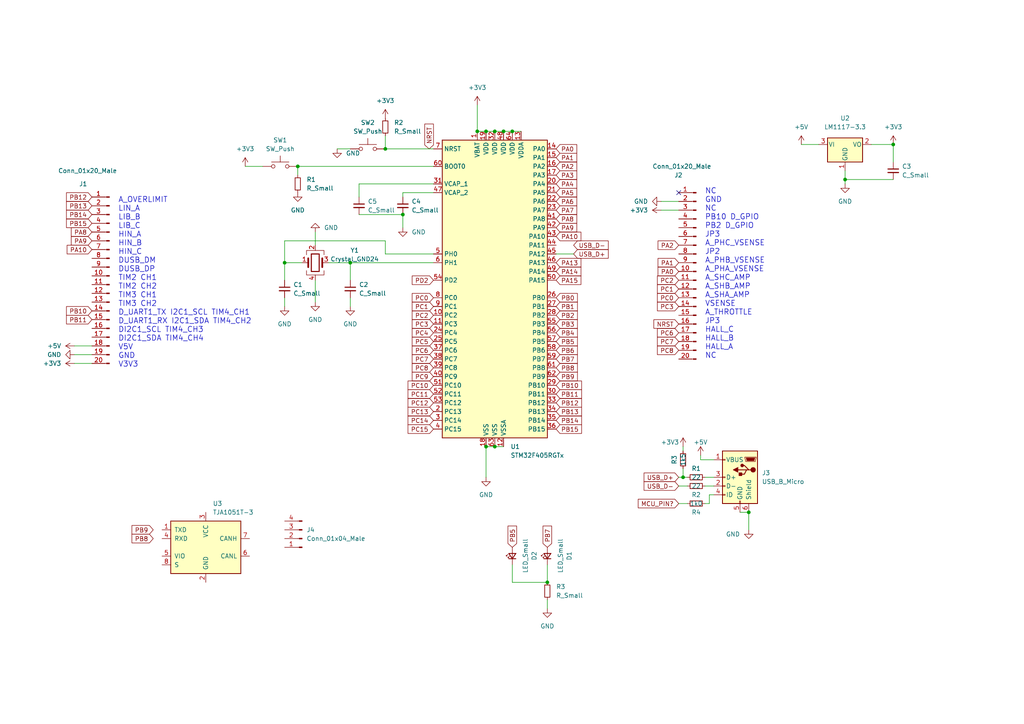
<source format=kicad_sch>
(kicad_sch (version 20211123) (generator eeschema)
  (paper "A4")
  (lib_symbols
    (symbol "Connector:Conn_01x04_Male" (pin_names (offset 1.016) hide)
      (property "Reference" "J" (at 0 5.08 0))
      (property "Value" "Conn_01x04_Male" (at 0 -7.62 0))
      (symbol "Conn_01x04_Male_1_1"
        (polyline (pts (xy 1.27 -5.08) (xy 0.8636 -5.08)) (stroke (width 0.1524)))
        (polyline (pts (xy 1.27 -2.54) (xy 0.8636 -2.54)) (stroke (width 0.1524)))
        (polyline (pts (xy 1.27 0) (xy 0.8636 0)) (stroke (width 0.1524)))
        (polyline (pts (xy 1.27 2.54) (xy 0.8636 2.54)) (stroke (width 0.1524)))
        (rectangle (start 0.8636 -4.953) (end 0 -5.207) (stroke (width 0.1524)) (fill (type outline)))
        (rectangle (start 0.8636 -2.413) (end 0 -2.667) (stroke (width 0.1524)) (fill (type outline)))
        (rectangle (start 0.8636 0.127) (end 0 -0.127) (stroke (width 0.1524)) (fill (type outline)))
        (rectangle (start 0.8636 2.667) (end 0 2.413) (stroke (width 0.1524)) (fill (type outline)))
        (pin passive line (at 5.08 2.54 180) (length 3.81) (name "Pin_1") (number "1"))
        (pin passive line (at 5.08 0 180) (length 3.81) (name "Pin_2") (number "2"))
        (pin passive line (at 5.08 -2.54 180) (length 3.81) (name "Pin_3") (number "3"))
        (pin passive line (at 5.08 -5.08 180) (length 3.81) (name "Pin_4") (number "4"))
      )
    )
    (symbol "Connector:Conn_01x20_Male" (pin_names (offset 1.016) hide)
      (property "Reference" "J" (at 0 25.4 0))
      (property "Value" "Conn_01x20_Male" (at 0 -27.94 0))
      (symbol "Conn_01x20_Male_1_1"
        (polyline (pts (xy 1.27 -25.4) (xy 0.8636 -25.4)) (stroke (width 0.1524)))
        (polyline (pts (xy 1.27 -22.86) (xy 0.8636 -22.86)) (stroke (width 0.1524)))
        (polyline (pts (xy 1.27 -20.32) (xy 0.8636 -20.32)) (stroke (width 0.1524)))
        (polyline (pts (xy 1.27 -17.78) (xy 0.8636 -17.78)) (stroke (width 0.1524)))
        (polyline (pts (xy 1.27 -15.24) (xy 0.8636 -15.24)) (stroke (width 0.1524)))
        (polyline (pts (xy 1.27 -12.7) (xy 0.8636 -12.7)) (stroke (width 0.1524)))
        (polyline (pts (xy 1.27 -10.16) (xy 0.8636 -10.16)) (stroke (width 0.1524)))
        (polyline (pts (xy 1.27 -7.62) (xy 0.8636 -7.62)) (stroke (width 0.1524)))
        (polyline (pts (xy 1.27 -5.08) (xy 0.8636 -5.08)) (stroke (width 0.1524)))
        (polyline (pts (xy 1.27 -2.54) (xy 0.8636 -2.54)) (stroke (width 0.1524)))
        (polyline (pts (xy 1.27 0) (xy 0.8636 0)) (stroke (width 0.1524)))
        (polyline (pts (xy 1.27 2.54) (xy 0.8636 2.54)) (stroke (width 0.1524)))
        (polyline (pts (xy 1.27 5.08) (xy 0.8636 5.08)) (stroke (width 0.1524)))
        (polyline (pts (xy 1.27 7.62) (xy 0.8636 7.62)) (stroke (width 0.1524)))
        (polyline (pts (xy 1.27 10.16) (xy 0.8636 10.16)) (stroke (width 0.1524)))
        (polyline (pts (xy 1.27 12.7) (xy 0.8636 12.7)) (stroke (width 0.1524)))
        (polyline (pts (xy 1.27 15.24) (xy 0.8636 15.24)) (stroke (width 0.1524)))
        (polyline (pts (xy 1.27 17.78) (xy 0.8636 17.78)) (stroke (width 0.1524)))
        (polyline (pts (xy 1.27 20.32) (xy 0.8636 20.32)) (stroke (width 0.1524)))
        (polyline (pts (xy 1.27 22.86) (xy 0.8636 22.86)) (stroke (width 0.1524)))
        (rectangle (start 0.8636 -25.273) (end 0 -25.527) (stroke (width 0.1524)) (fill (type outline)))
        (rectangle (start 0.8636 -22.733) (end 0 -22.987) (stroke (width 0.1524)) (fill (type outline)))
        (rectangle (start 0.8636 -20.193) (end 0 -20.447) (stroke (width 0.1524)) (fill (type outline)))
        (rectangle (start 0.8636 -17.653) (end 0 -17.907) (stroke (width 0.1524)) (fill (type outline)))
        (rectangle (start 0.8636 -15.113) (end 0 -15.367) (stroke (width 0.1524)) (fill (type outline)))
        (rectangle (start 0.8636 -12.573) (end 0 -12.827) (stroke (width 0.1524)) (fill (type outline)))
        (rectangle (start 0.8636 -10.033) (end 0 -10.287) (stroke (width 0.1524)) (fill (type outline)))
        (rectangle (start 0.8636 -7.493) (end 0 -7.747) (stroke (width 0.1524)) (fill (type outline)))
        (rectangle (start 0.8636 -4.953) (end 0 -5.207) (stroke (width 0.1524)) (fill (type outline)))
        (rectangle (start 0.8636 -2.413) (end 0 -2.667) (stroke (width 0.1524)) (fill (type outline)))
        (rectangle (start 0.8636 0.127) (end 0 -0.127) (stroke (width 0.1524)) (fill (type outline)))
        (rectangle (start 0.8636 2.667) (end 0 2.413) (stroke (width 0.1524)) (fill (type outline)))
        (rectangle (start 0.8636 5.207) (end 0 4.953) (stroke (width 0.1524)) (fill (type outline)))
        (rectangle (start 0.8636 7.747) (end 0 7.493) (stroke (width 0.1524)) (fill (type outline)))
        (rectangle (start 0.8636 10.287) (end 0 10.033) (stroke (width 0.1524)) (fill (type outline)))
        (rectangle (start 0.8636 12.827) (end 0 12.573) (stroke (width 0.1524)) (fill (type outline)))
        (rectangle (start 0.8636 15.367) (end 0 15.113) (stroke (width 0.1524)) (fill (type outline)))
        (rectangle (start 0.8636 17.907) (end 0 17.653) (stroke (width 0.1524)) (fill (type outline)))
        (rectangle (start 0.8636 20.447) (end 0 20.193) (stroke (width 0.1524)) (fill (type outline)))
        (rectangle (start 0.8636 22.987) (end 0 22.733) (stroke (width 0.1524)) (fill (type outline)))
        (pin passive line (at 5.08 22.86 180) (length 3.81) (name "Pin_1") (number "1"))
        (pin passive line (at 5.08 0 180) (length 3.81) (name "Pin_10") (number "10"))
        (pin passive line (at 5.08 -2.54 180) (length 3.81) (name "Pin_11") (number "11"))
        (pin passive line (at 5.08 -5.08 180) (length 3.81) (name "Pin_12") (number "12"))
        (pin passive line (at 5.08 -7.62 180) (length 3.81) (name "Pin_13") (number "13"))
        (pin passive line (at 5.08 -10.16 180) (length 3.81) (name "Pin_14") (number "14"))
        (pin passive line (at 5.08 -12.7 180) (length 3.81) (name "Pin_15") (number "15"))
        (pin passive line (at 5.08 -15.24 180) (length 3.81) (name "Pin_16") (number "16"))
        (pin passive line (at 5.08 -17.78 180) (length 3.81) (name "Pin_17") (number "17"))
        (pin passive line (at 5.08 -20.32 180) (length 3.81) (name "Pin_18") (number "18"))
        (pin passive line (at 5.08 -22.86 180) (length 3.81) (name "Pin_19") (number "19"))
        (pin passive line (at 5.08 20.32 180) (length 3.81) (name "Pin_2") (number "2"))
        (pin passive line (at 5.08 -25.4 180) (length 3.81) (name "Pin_20") (number "20"))
        (pin passive line (at 5.08 17.78 180) (length 3.81) (name "Pin_3") (number "3"))
        (pin passive line (at 5.08 15.24 180) (length 3.81) (name "Pin_4") (number "4"))
        (pin passive line (at 5.08 12.7 180) (length 3.81) (name "Pin_5") (number "5"))
        (pin passive line (at 5.08 10.16 180) (length 3.81) (name "Pin_6") (number "6"))
        (pin passive line (at 5.08 7.62 180) (length 3.81) (name "Pin_7") (number "7"))
        (pin passive line (at 5.08 5.08 180) (length 3.81) (name "Pin_8") (number "8"))
        (pin passive line (at 5.08 2.54 180) (length 3.81) (name "Pin_9") (number "9"))
      )
    )
    (symbol "Connector:USB_B_Micro" (pin_names (offset 1.016))
      (property "Reference" "J" (at -5.08 11.43 0))
      (property "Value" "USB_B_Micro" (at -5.08 8.89 0))
      (symbol "USB_B_Micro_0_1"
        (rectangle (start -5.08 -7.62) (end 5.08 7.62) (stroke (width 0.254)) (fill (type background)))
        (circle (center -3.81 2.159) (radius 0.635) (stroke (width 0.254)) (fill (type outline)))
        (circle (center -0.635 3.429) (radius 0.381) (stroke (width 0.254)) (fill (type outline)))
        (rectangle (start -0.127 -7.62) (end 0.127 -6.858))
        (polyline (pts (xy -1.905 2.159) (xy 0.635 2.159)) (stroke (width 0.254)))
        (polyline (pts (xy -3.175 2.159) (xy -2.54 2.159) (xy -1.27 3.429) (xy -0.635 3.429)) (stroke (width 0.254)))
        (polyline (pts (xy -2.54 2.159) (xy -1.905 2.159) (xy -1.27 0.889) (xy 0 0.889)) (stroke (width 0.254)))
        (polyline (pts (xy 0.635 2.794) (xy 0.635 1.524) (xy 1.905 2.159) (xy 0.635 2.794)) (stroke (width 0.254)) (fill (type outline)))
        (polyline (pts (xy -4.318 5.588) (xy -1.778 5.588) (xy -2.032 4.826) (xy -4.064 4.826) (xy -4.318 5.588)) (fill (type outline)))
        (polyline (pts (xy -4.699 5.842) (xy -4.699 5.588) (xy -4.445 4.826) (xy -4.445 4.572) (xy -1.651 4.572) (xy -1.651 4.826) (xy -1.397 5.588) (xy -1.397 5.842) (xy -4.699 5.842)))
        (rectangle (start 0.254 1.27) (end -0.508 0.508) (stroke (width 0.254)) (fill (type outline)))
        (rectangle (start 5.08 -5.207) (end 4.318 -4.953))
        (rectangle (start 5.08 -2.667) (end 4.318 -2.413))
        (rectangle (start 5.08 -0.127) (end 4.318 0.127))
        (rectangle (start 5.08 4.953) (end 4.318 5.207))
      )
      (symbol "USB_B_Micro_1_1"
        (pin power_out line (at 7.62 5.08 180) (length 2.54) (name "VBUS") (number "1"))
        (pin bidirectional line (at 7.62 -2.54 180) (length 2.54) (name "D-") (number "2"))
        (pin bidirectional line (at 7.62 0 180) (length 2.54) (name "D+") (number "3"))
        (pin passive line (at 7.62 -5.08 180) (length 2.54) (name "ID") (number "4"))
        (pin power_out line (at 0 -10.16 90) (length 2.54) (name "GND") (number "5"))
        (pin passive line (at -2.54 -10.16 90) (length 2.54) (name "Shield") (number "6"))
      )
    )
    (symbol "Device:C_Small" (pin_numbers hide) (pin_names (offset 0.254) hide)
      (property "Reference" "C" (at 0.254 1.778 0))
      (property "Value" "C_Small" (at 0.254 -2.032 0))
      (symbol "C_Small_0_1"
        (polyline (pts (xy -1.524 -0.508) (xy 1.524 -0.508)) (stroke (width 0.3302)))
        (polyline (pts (xy -1.524 0.508) (xy 1.524 0.508)) (stroke (width 0.3048)))
      )
      (symbol "C_Small_1_1"
        (pin passive line (at 0 2.54 270) (length 2.032) (name "~") (number "1"))
        (pin passive line (at 0 -2.54 90) (length 2.032) (name "~") (number "2"))
      )
    )
    (symbol "Device:Crystal_GND24" (pin_names (offset 1.016) hide)
      (property "Reference" "Y" (at 3.175 5.08 0))
      (property "Value" "Crystal_GND24" (at 3.175 3.175 0))
      (symbol "Crystal_GND24_0_1"
        (rectangle (start -1.143 2.54) (end 1.143 -2.54) (stroke (width 0.3048)))
        (polyline (pts (xy -2.54 0) (xy -2.032 0)))
        (polyline (pts (xy -2.032 -1.27) (xy -2.032 1.27)) (stroke (width 0.508)))
        (polyline (pts (xy 0 -3.81) (xy 0 -3.556)))
        (polyline (pts (xy 0 3.556) (xy 0 3.81)))
        (polyline (pts (xy 2.032 -1.27) (xy 2.032 1.27)) (stroke (width 0.508)))
        (polyline (pts (xy 2.032 0) (xy 2.54 0)))
        (polyline (pts (xy -2.54 -2.286) (xy -2.54 -3.556) (xy 2.54 -3.556) (xy 2.54 -2.286)))
        (polyline (pts (xy -2.54 2.286) (xy -2.54 3.556) (xy 2.54 3.556) (xy 2.54 2.286)))
      )
      (symbol "Crystal_GND24_1_1"
        (pin passive line (at -3.81 0 0) (length 1.27) (name "1") (number "1"))
        (pin passive line (at 0 5.08 270) (length 1.27) (name "2") (number "2"))
        (pin passive line (at 3.81 0 180) (length 1.27) (name "3") (number "3"))
        (pin passive line (at 0 -5.08 90) (length 1.27) (name "4") (number "4"))
      )
    )
    (symbol "Device:LED_Small" (pin_numbers hide) (pin_names (offset 0.254) hide)
      (property "Reference" "D" (at -1.27 3.175 0))
      (property "Value" "LED_Small" (at -4.445 -2.54 0))
      (symbol "LED_Small_0_1"
        (polyline (pts (xy -0.762 -1.016) (xy -0.762 1.016)) (stroke (width 0.254)))
        (polyline (pts (xy 1.016 0) (xy -0.762 0)))
        (polyline (pts (xy 0.762 -1.016) (xy -0.762 0) (xy 0.762 1.016) (xy 0.762 -1.016)) (stroke (width 0.254)))
        (polyline (pts (xy 0 0.762) (xy -0.508 1.27) (xy -0.254 1.27) (xy -0.508 1.27) (xy -0.508 1.016)))
        (polyline (pts (xy 0.508 1.27) (xy 0 1.778) (xy 0.254 1.778) (xy 0 1.778) (xy 0 1.524)))
      )
      (symbol "LED_Small_1_1"
        (pin passive line (at -2.54 0 0) (length 1.778) (name "K") (number "1"))
        (pin passive line (at 2.54 0 180) (length 1.778) (name "A") (number "2"))
      )
    )
    (symbol "Device:R_Small" (pin_numbers hide) (pin_names (offset 0.254) hide)
      (property "Reference" "R" (at 0.762 0.508 0))
      (property "Value" "R_Small" (at 0.762 -1.016 0))
      (symbol "R_Small_0_1"
        (rectangle (start -0.762 1.778) (end 0.762 -1.778) (stroke (width 0.2032)))
      )
      (symbol "R_Small_1_1"
        (pin passive line (at 0 2.54 270) (length 0.762) (name "~") (number "1"))
        (pin passive line (at 0 -2.54 90) (length 0.762) (name "~") (number "2"))
      )
    )
    (symbol "Interface_CAN_LIN:TJA1051T-3" (pin_names (offset 1.016))
      (property "Reference" "U" (at -10.16 8.89 0))
      (property "Value" "TJA1051T-3" (at 1.27 8.89 0))
      (symbol "TJA1051T-3_0_1"
        (rectangle (start -10.16 7.62) (end 10.16 -7.62) (stroke (width 0.254)) (fill (type background)))
      )
      (symbol "TJA1051T-3_1_1"
        (pin input line (at -12.7 5.08 0) (length 2.54) (name "TXD") (number "1"))
        (pin power_in line (at 0 -10.16 90) (length 2.54) (name "GND") (number "2"))
        (pin power_in line (at 0 10.16 270) (length 2.54) (name "VCC") (number "3"))
        (pin output line (at -12.7 2.54 0) (length 2.54) (name "RXD") (number "4"))
        (pin power_in line (at -12.7 -2.54 0) (length 2.54) (name "VIO") (number "5"))
        (pin bidirectional line (at 12.7 -2.54 180) (length 2.54) (name "CANL") (number "6"))
        (pin bidirectional line (at 12.7 2.54 180) (length 2.54) (name "CANH") (number "7"))
        (pin input line (at -12.7 -5.08 0) (length 2.54) (name "S") (number "8"))
      )
    )
    (symbol "MCU_ST_STM32F4:STM32F405RGTx"
      (property "Reference" "U" (at -15.24 44.45 0))
      (property "Value" "STM32F405RGTx" (at 10.16 44.45 0))
      (symbol "STM32F405RGTx_0_1"
        (rectangle (start -15.24 -43.18) (end 15.24 43.18) (stroke (width 0.254)) (fill (type background)))
      )
      (symbol "STM32F405RGTx_1_1"
        (pin power_in line (at -5.08 45.72 270) (length 2.54) (name "VBAT") (number "1"))
        (pin bidirectional line (at -17.78 -7.62 0) (length 2.54) (name "PC2") (number "10"))
        (pin bidirectional line (at -17.78 -10.16 0) (length 2.54) (name "PC3") (number "11"))
        (pin power_in line (at 2.54 -45.72 90) (length 2.54) (name "VSSA") (number "12"))
        (pin power_in line (at 7.62 45.72 270) (length 2.54) (name "VDDA") (number "13"))
        (pin bidirectional line (at 17.78 40.64 180) (length 2.54) (name "PA0") (number "14"))
        (pin bidirectional line (at 17.78 38.1 180) (length 2.54) (name "PA1") (number "15"))
        (pin bidirectional line (at 17.78 35.56 180) (length 2.54) (name "PA2") (number "16"))
        (pin bidirectional line (at 17.78 33.02 180) (length 2.54) (name "PA3") (number "17"))
        (pin power_in line (at -2.54 -45.72 90) (length 2.54) (name "VSS") (number "18"))
        (pin power_in line (at -2.54 45.72 270) (length 2.54) (name "VDD") (number "19"))
        (pin bidirectional line (at -17.78 -35.56 0) (length 2.54) (name "PC13") (number "2"))
        (pin bidirectional line (at 17.78 30.48 180) (length 2.54) (name "PA4") (number "20"))
        (pin bidirectional line (at 17.78 27.94 180) (length 2.54) (name "PA5") (number "21"))
        (pin bidirectional line (at 17.78 25.4 180) (length 2.54) (name "PA6") (number "22"))
        (pin bidirectional line (at 17.78 22.86 180) (length 2.54) (name "PA7") (number "23"))
        (pin bidirectional line (at -17.78 -12.7 0) (length 2.54) (name "PC4") (number "24"))
        (pin bidirectional line (at -17.78 -15.24 0) (length 2.54) (name "PC5") (number "25"))
        (pin bidirectional line (at 17.78 -2.54 180) (length 2.54) (name "PB0") (number "26"))
        (pin bidirectional line (at 17.78 -5.08 180) (length 2.54) (name "PB1") (number "27"))
        (pin bidirectional line (at 17.78 -7.62 180) (length 2.54) (name "PB2") (number "28"))
        (pin bidirectional line (at 17.78 -27.94 180) (length 2.54) (name "PB10") (number "29"))
        (pin bidirectional line (at -17.78 -38.1 0) (length 2.54) (name "PC14") (number "3"))
        (pin bidirectional line (at 17.78 -30.48 180) (length 2.54) (name "PB11") (number "30"))
        (pin power_in line (at -17.78 30.48 0) (length 2.54) (name "VCAP_1") (number "31"))
        (pin power_in line (at 0 45.72 270) (length 2.54) (name "VDD") (number "32"))
        (pin bidirectional line (at 17.78 -33.02 180) (length 2.54) (name "PB12") (number "33"))
        (pin bidirectional line (at 17.78 -35.56 180) (length 2.54) (name "PB13") (number "34"))
        (pin bidirectional line (at 17.78 -38.1 180) (length 2.54) (name "PB14") (number "35"))
        (pin bidirectional line (at 17.78 -40.64 180) (length 2.54) (name "PB15") (number "36"))
        (pin bidirectional line (at -17.78 -17.78 0) (length 2.54) (name "PC6") (number "37"))
        (pin bidirectional line (at -17.78 -20.32 0) (length 2.54) (name "PC7") (number "38"))
        (pin bidirectional line (at -17.78 -22.86 0) (length 2.54) (name "PC8") (number "39"))
        (pin bidirectional line (at -17.78 -40.64 0) (length 2.54) (name "PC15") (number "4"))
        (pin bidirectional line (at -17.78 -25.4 0) (length 2.54) (name "PC9") (number "40"))
        (pin bidirectional line (at 17.78 20.32 180) (length 2.54) (name "PA8") (number "41"))
        (pin bidirectional line (at 17.78 17.78 180) (length 2.54) (name "PA9") (number "42"))
        (pin bidirectional line (at 17.78 15.24 180) (length 2.54) (name "PA10") (number "43"))
        (pin bidirectional line (at 17.78 12.7 180) (length 2.54) (name "PA11") (number "44"))
        (pin bidirectional line (at 17.78 10.16 180) (length 2.54) (name "PA12") (number "45"))
        (pin bidirectional line (at 17.78 7.62 180) (length 2.54) (name "PA13") (number "46"))
        (pin power_in line (at -17.78 27.94 0) (length 2.54) (name "VCAP_2") (number "47"))
        (pin power_in line (at 2.54 45.72 270) (length 2.54) (name "VDD") (number "48"))
        (pin bidirectional line (at 17.78 5.08 180) (length 2.54) (name "PA14") (number "49"))
        (pin input line (at -17.78 10.16 0) (length 2.54) (name "PH0") (number "5"))
        (pin bidirectional line (at 17.78 2.54 180) (length 2.54) (name "PA15") (number "50"))
        (pin bidirectional line (at -17.78 -27.94 0) (length 2.54) (name "PC10") (number "51"))
        (pin bidirectional line (at -17.78 -30.48 0) (length 2.54) (name "PC11") (number "52"))
        (pin bidirectional line (at -17.78 -33.02 0) (length 2.54) (name "PC12") (number "53"))
        (pin bidirectional line (at -17.78 2.54 0) (length 2.54) (name "PD2") (number "54"))
        (pin bidirectional line (at 17.78 -10.16 180) (length 2.54) (name "PB3") (number "55"))
        (pin bidirectional line (at 17.78 -12.7 180) (length 2.54) (name "PB4") (number "56"))
        (pin bidirectional line (at 17.78 -15.24 180) (length 2.54) (name "PB5") (number "57"))
        (pin bidirectional line (at 17.78 -17.78 180) (length 2.54) (name "PB6") (number "58"))
        (pin bidirectional line (at 17.78 -20.32 180) (length 2.54) (name "PB7") (number "59"))
        (pin input line (at -17.78 7.62 0) (length 2.54) (name "PH1") (number "6"))
        (pin input line (at -17.78 35.56 0) (length 2.54) (name "BOOT0") (number "60"))
        (pin bidirectional line (at 17.78 -22.86 180) (length 2.54) (name "PB8") (number "61"))
        (pin bidirectional line (at 17.78 -25.4 180) (length 2.54) (name "PB9") (number "62"))
        (pin power_in line (at 0 -45.72 90) (length 2.54) (name "VSS") (number "63"))
        (pin power_in line (at 5.08 45.72 270) (length 2.54) (name "VDD") (number "64"))
        (pin input line (at -17.78 40.64 0) (length 2.54) (name "NRST") (number "7"))
        (pin bidirectional line (at -17.78 -2.54 0) (length 2.54) (name "PC0") (number "8"))
        (pin bidirectional line (at -17.78 -5.08 0) (length 2.54) (name "PC1") (number "9"))
      )
    )
    (symbol "Regulator_Linear:LM1117-3.3" (pin_names (offset 0.254))
      (property "Reference" "U" (at -3.81 3.175 0))
      (property "Value" "LM1117-3.3" (at 0 3.175 0))
      (symbol "LM1117-3.3_0_1"
        (rectangle (start -5.08 -5.08) (end 5.08 1.905) (stroke (width 0.254)) (fill (type background)))
      )
      (symbol "LM1117-3.3_1_1"
        (pin power_in line (at 0 -7.62 90) (length 2.54) (name "GND") (number "1"))
        (pin power_out line (at 7.62 0 180) (length 2.54) (name "VO") (number "2"))
        (pin power_in line (at -7.62 0 0) (length 2.54) (name "VI") (number "3"))
      )
    )
    (symbol "Switch:SW_Push" (pin_numbers hide) (pin_names (offset 1.016) hide)
      (property "Reference" "SW" (at 1.27 2.54 0))
      (property "Value" "SW_Push" (at 0 -1.524 0))
      (symbol "SW_Push_0_1"
        (circle (center -2.032 0) (radius 0.508))
        (polyline (pts (xy 0 1.27) (xy 0 3.048)))
        (polyline (pts (xy 2.54 1.27) (xy -2.54 1.27)))
        (circle (center 2.032 0) (radius 0.508))
        (pin passive line (at -5.08 0 0) (length 2.54) (name "1") (number "1"))
        (pin passive line (at 5.08 0 180) (length 2.54) (name "2") (number "2"))
      )
    )
    (symbol "power:+3V3" (power) (pin_names (offset 0))
      (property "Value" "+3V3" (at 0 3.556 0))
      (symbol "+3V3_0_1"
        (polyline (pts (xy -0.762 1.27) (xy 0 2.54)))
        (polyline (pts (xy 0 0) (xy 0 2.54)))
        (polyline (pts (xy 0 2.54) (xy 0.762 1.27)))
      )
      (symbol "+3V3_1_1"
        (pin power_in line (at 0 0 90) (length 0) hide (name "+3V3") (number "1"))
      )
    )
    (symbol "power:+5V" (power) (pin_names (offset 0))
      (property "Value" "+5V" (at 0 3.556 0))
      (symbol "+5V_0_1"
        (polyline (pts (xy -0.762 1.27) (xy 0 2.54)))
        (polyline (pts (xy 0 0) (xy 0 2.54)))
        (polyline (pts (xy 0 2.54) (xy 0.762 1.27)))
      )
      (symbol "+5V_1_1"
        (pin power_in line (at 0 0 90) (length 0) hide (name "+5V") (number "1"))
      )
    )
    (symbol "power:GND" (power) (pin_names (offset 0))
      (property "Value" "GND" (at 0 -3.81 0))
      (symbol "GND_0_1"
        (polyline (pts (xy 0 0) (xy 0 -1.27) (xy 1.27 -1.27) (xy 0 -2.54) (xy -1.27 -1.27) (xy 0 -1.27)))
      )
      (symbol "GND_1_1"
        (pin power_in line (at 0 0 270) (length 0) hide (name "GND") (number "1"))
      )
    )
  )
  (junction (at 143.51 129.54))
  (junction (at 198.12 138.43))
  (junction (at 86.36 48.26))
  (junction (at 158.75 168.91))
  (junction (at 146.05 38.1))
  (junction (at 259.08 41.91))
  (junction (at 140.97 129.54))
  (junction (at 148.59 38.1))
  (junction (at 116.84 62.23))
  (junction (at 143.51 38.1))
  (junction (at 138.43 38.1))
  (junction (at 140.97 38.1))
  (junction (at 101.6 76.2))
  (junction (at 217.17 148.59))
  (junction (at 82.55 76.2))
  (junction (at 111.76 43.18))
  (junction (at 245.11 52.07))
  (no_connect (at 196.85 55.88))
  (wire (pts (xy 138.43 30.48) (xy 138.43 38.1)))
  (wire (pts (xy 198.12 129.54) (xy 198.12 130.81)))
  (wire (pts (xy 196.85 146.05) (xy 199.39 146.05)))
  (wire (pts (xy 204.47 138.43) (xy 207.01 138.43)))
  (wire (pts (xy 97.79 43.18) (xy 101.6 43.18)))
  (wire (pts (xy 217.17 148.59) (xy 217.17 153.67)))
  (wire (pts (xy 140.97 129.54) (xy 140.97 138.43)))
  (wire (pts (xy 125.73 53.34) (xy 104.14 53.34)))
  (wire (pts (xy 101.6 86.36) (xy 101.6 88.9)))
  (wire (pts (xy 111.76 43.18) (xy 125.73 43.18)))
  (wire (pts (xy 207.01 133.35) (xy 203.2 133.35)))
  (wire (pts (xy 259.08 41.91) (xy 259.08 46.99)))
  (wire (pts (xy 245.11 52.07) (xy 245.11 53.34)))
  (wire (pts (xy 116.84 62.23) (xy 116.84 66.04)))
  (wire (pts (xy 86.36 48.26) (xy 125.73 48.26)))
  (wire (pts (xy 111.76 43.18) (xy 111.76 39.37)))
  (wire (pts (xy 143.51 129.54) (xy 146.05 129.54)))
  (wire (pts (xy 82.55 86.36) (xy 82.55 88.9)))
  (wire (pts (xy 191.77 60.96) (xy 196.85 60.96)))
  (wire (pts (xy 232.41 41.91) (xy 237.49 41.91)))
  (wire (pts (xy 166.37 73.66) (xy 161.29 73.66)))
  (wire (pts (xy 95.25 76.2) (xy 101.6 76.2)))
  (wire (pts (xy 111.76 73.66) (xy 111.76 69.85)))
  (wire (pts (xy 116.84 57.15) (xy 116.84 55.88)))
  (wire (pts (xy 148.59 38.1) (xy 151.13 38.1)))
  (wire (pts (xy 158.75 173.99) (xy 158.75 176.53)))
  (wire (pts (xy 191.77 58.42) (xy 196.85 58.42)))
  (wire (pts (xy 252.73 41.91) (xy 259.08 41.91)))
  (wire (pts (xy 158.75 163.83) (xy 158.75 168.91)))
  (wire (pts (xy 101.6 76.2) (xy 125.73 76.2)))
  (wire (pts (xy 196.85 138.43) (xy 198.12 138.43)))
  (wire (pts (xy 245.11 52.07) (xy 259.08 52.07)))
  (wire (pts (xy 140.97 38.1) (xy 143.51 38.1)))
  (wire (pts (xy 104.14 53.34) (xy 104.14 57.15)))
  (wire (pts (xy 198.12 138.43) (xy 199.39 138.43)))
  (wire (pts (xy 111.76 69.85) (xy 82.55 69.85)))
  (wire (pts (xy 26.67 100.33) (xy 21.59 100.33)))
  (wire (pts (xy 203.2 133.35) (xy 203.2 132.08)))
  (wire (pts (xy 82.55 69.85) (xy 82.55 76.2)))
  (wire (pts (xy 198.12 135.89) (xy 198.12 138.43)))
  (wire (pts (xy 207.01 143.51) (xy 205.74 143.51)))
  (wire (pts (xy 140.97 129.54) (xy 143.51 129.54)))
  (wire (pts (xy 91.44 81.28) (xy 91.44 87.63)))
  (wire (pts (xy 148.59 168.91) (xy 158.75 168.91)))
  (wire (pts (xy 138.43 38.1) (xy 140.97 38.1)))
  (wire (pts (xy 104.14 62.23) (xy 116.84 62.23)))
  (wire (pts (xy 196.85 140.97) (xy 199.39 140.97)))
  (wire (pts (xy 148.59 163.83) (xy 148.59 168.91)))
  (wire (pts (xy 204.47 140.97) (xy 207.01 140.97)))
  (wire (pts (xy 26.67 102.87) (xy 21.59 102.87)))
  (wire (pts (xy 214.63 148.59) (xy 217.17 148.59)))
  (wire (pts (xy 101.6 76.2) (xy 101.6 81.28)))
  (wire (pts (xy 116.84 55.88) (xy 125.73 55.88)))
  (wire (pts (xy 71.12 48.26) (xy 76.2 48.26)))
  (wire (pts (xy 205.74 143.51) (xy 205.74 146.05)))
  (wire (pts (xy 82.55 81.28) (xy 82.55 76.2)))
  (wire (pts (xy 245.11 49.53) (xy 245.11 52.07)))
  (wire (pts (xy 146.05 38.1) (xy 148.59 38.1)))
  (wire (pts (xy 82.55 76.2) (xy 87.63 76.2)))
  (wire (pts (xy 26.67 105.41) (xy 21.59 105.41)))
  (wire (pts (xy 86.36 48.26) (xy 86.36 50.8)))
  (wire (pts (xy 125.73 73.66) (xy 111.76 73.66)))
  (wire (pts (xy 143.51 38.1) (xy 146.05 38.1)))
  (wire (pts (xy 204.47 146.05) (xy 205.74 146.05)))
  (wire (pts (xy 91.44 67.31) (xy 91.44 71.12)))
  (text "NC\nGND\nNC\nPB10 D_GPIO\nPB2 D_GPIO\nJP3\nA_PHC_VSENSE\nJP2\nA_PHB_VSENSE\nA_PHA_VSENSE\nA_SHC_AMP\nA_SHB_AMP\nA_SHA_AMP\nVSENSE\nA_THROTTLE\nJP3\nHALL_C\nHALL_B\nHALL_A\nNC" (at 204.47 104.14 0) (effects (font (size 1.56 1.56)) (justify left bottom)))
  (text "A_OVERLIMIT\nLIN_A\nLIB_B\nLIB_C\nHIN_A\nHIN_B\nHIN_C\nDUSB_DM\nDUSB_DP\nTIM2 CH1\nTIM2 CH2\nTIM3 CH1\nTIM3 CH2\nD_UART1_TX I2C1_SCL TIM4_CH1\nD_UART1_RX I2C1_SDA TIM4_CH2\nDI2C1_SCL TIM4_CH3\nDI2C1_SDA TIM4_CH4\nV5V\nGND\nV3V3" (at 34.29 106.68 0) (effects (font (size 1.56 1.56)) (justify left bottom)))
  (global_label "PB13" (shape input) (at 161.29 119.38 0) (property "Intersheet References" "${INTERSHEET_REFS}" (effects hide)))
  (global_label "PC9" (shape input) (at 125.73 109.22 180) (property "Intersheet References" "${INTERSHEET_REFS}" (effects hide)))
  (global_label "PB2" (shape input) (at 161.29 91.44 0) (property "Intersheet References" "${INTERSHEET_REFS}" (effects hide)))
  (global_label "PA9" (shape input) (at 26.67 69.85 180) (property "Intersheet References" "${INTERSHEET_REFS}" (effects hide)))
  (global_label "PB5" (shape input) (at 161.29 99.06 0) (property "Intersheet References" "${INTERSHEET_REFS}" (effects hide)))
  (global_label "PB10" (shape input) (at 161.29 111.76 0) (property "Intersheet References" "${INTERSHEET_REFS}" (effects hide)))
  (global_label "USB_D-" (shape input) (at 196.85 140.97 180) (property "Intersheet References" "${INTERSHEET_REFS}" (effects hide)))
  (global_label "PC4" (shape input) (at 125.73 96.52 180) (property "Intersheet References" "${INTERSHEET_REFS}" (effects hide)))
  (global_label "PA0" (shape input) (at 161.29 43.18 0) (property "Intersheet References" "${INTERSHEET_REFS}" (effects hide)))
  (global_label "PB15" (shape input) (at 26.67 64.77 180) (property "Intersheet References" "${INTERSHEET_REFS}" (effects hide)))
  (global_label "PC8" (shape input) (at 196.85 101.6 180) (property "Intersheet References" "${INTERSHEET_REFS}" (effects hide)))
  (global_label "PB7" (shape input) (at 161.29 104.14 0) (property "Intersheet References" "${INTERSHEET_REFS}" (effects hide)))
  (global_label "NRST" (shape input) (at 196.85 93.98 180) (property "Intersheet References" "${INTERSHEET_REFS}" (effects hide)))
  (global_label "PD2" (shape input) (at 125.73 81.28 180) (property "Intersheet References" "${INTERSHEET_REFS}" (effects hide)))
  (global_label "PA5" (shape input) (at 161.29 55.88 0) (property "Intersheet References" "${INTERSHEET_REFS}" (effects hide)))
  (global_label "PA6" (shape input) (at 161.29 58.42 0) (property "Intersheet References" "${INTERSHEET_REFS}" (effects hide)))
  (global_label "USB_D-" (shape input) (at 166.37 71.12 0) (property "Intersheet References" "${INTERSHEET_REFS}" (effects hide)))
  (global_label "PA8" (shape input) (at 161.29 63.5 0) (property "Intersheet References" "${INTERSHEET_REFS}" (effects hide)))
  (global_label "MCU_PIN?" (shape input) (at 196.85 146.05 180) (property "Intersheet References" "${INTERSHEET_REFS}" (effects hide)))
  (global_label "PC2" (shape input) (at 196.85 81.28 180) (property "Intersheet References" "${INTERSHEET_REFS}" (effects hide)))
  (global_label "PA7" (shape input) (at 161.29 60.96 0) (property "Intersheet References" "${INTERSHEET_REFS}" (effects hide)))
  (global_label "PC3" (shape input) (at 125.73 93.98 180) (property "Intersheet References" "${INTERSHEET_REFS}" (effects hide)))
  (global_label "PA14" (shape input) (at 161.29 78.74 0) (property "Intersheet References" "${INTERSHEET_REFS}" (effects hide)))
  (global_label "PA10" (shape input) (at 161.29 68.58 0) (property "Intersheet References" "${INTERSHEET_REFS}" (effects hide)))
  (global_label "PA9" (shape input) (at 161.29 66.04 0) (property "Intersheet References" "${INTERSHEET_REFS}" (effects hide)))
  (global_label "PB9" (shape input) (at 161.29 109.22 0) (property "Intersheet References" "${INTERSHEET_REFS}" (effects hide)))
  (global_label "PB11" (shape input) (at 161.29 114.3 0) (property "Intersheet References" "${INTERSHEET_REFS}" (effects hide)))
  (global_label "PC1" (shape input) (at 125.73 88.9 180) (property "Intersheet References" "${INTERSHEET_REFS}" (effects hide)))
  (global_label "PB14" (shape input) (at 26.67 62.23 180) (property "Intersheet References" "${INTERSHEET_REFS}" (effects hide)))
  (global_label "PC7" (shape input) (at 196.85 99.06 180) (property "Intersheet References" "${INTERSHEET_REFS}" (effects hide)))
  (global_label "PA4" (shape input) (at 161.29 53.34 0) (property "Intersheet References" "${INTERSHEET_REFS}" (effects hide)))
  (global_label "PA13" (shape input) (at 161.29 76.2 0) (property "Intersheet References" "${INTERSHEET_REFS}" (effects hide)))
  (global_label "USB_D+" (shape input) (at 166.37 73.66 0) (property "Intersheet References" "${INTERSHEET_REFS}" (effects hide)))
  (global_label "PA0" (shape input) (at 196.85 78.74 180) (property "Intersheet References" "${INTERSHEET_REFS}" (effects hide)))
  (global_label "PC8" (shape input) (at 125.73 106.68 180) (property "Intersheet References" "${INTERSHEET_REFS}" (effects hide)))
  (global_label "PA15" (shape input) (at 161.29 81.28 0) (property "Intersheet References" "${INTERSHEET_REFS}" (effects hide)))
  (global_label "NRST" (shape input) (at 124.46 43.18 90) (property "Intersheet References" "${INTERSHEET_REFS}" (effects hide)))
  (global_label "PB7" (shape input) (at 158.75 158.75 90) (property "Intersheet References" "${INTERSHEET_REFS}" (effects hide)))
  (global_label "PA8" (shape input) (at 26.67 67.31 180) (property "Intersheet References" "${INTERSHEET_REFS}" (effects hide)))
  (global_label "PB15" (shape input) (at 161.29 124.46 0) (property "Intersheet References" "${INTERSHEET_REFS}" (effects hide)))
  (global_label "PB4" (shape input) (at 161.29 96.52 0) (property "Intersheet References" "${INTERSHEET_REFS}" (effects hide)))
  (global_label "PB10" (shape input) (at 26.67 90.17 180) (property "Intersheet References" "${INTERSHEET_REFS}" (effects hide)))
  (global_label "PC1" (shape input) (at 196.85 83.82 180) (property "Intersheet References" "${INTERSHEET_REFS}" (effects hide)))
  (global_label "PC5" (shape input) (at 125.73 99.06 180) (property "Intersheet References" "${INTERSHEET_REFS}" (effects hide)))
  (global_label "PB11" (shape input) (at 26.67 92.71 180) (property "Intersheet References" "${INTERSHEET_REFS}" (effects hide)))
  (global_label "PC10" (shape input) (at 125.73 111.76 180) (property "Intersheet References" "${INTERSHEET_REFS}" (effects hide)))
  (global_label "PA3" (shape input) (at 161.29 50.8 0) (property "Intersheet References" "${INTERSHEET_REFS}" (effects hide)))
  (global_label "PC0" (shape input) (at 125.73 86.36 180) (property "Intersheet References" "${INTERSHEET_REFS}" (effects hide)))
  (global_label "PB12" (shape input) (at 26.67 57.15 180) (property "Intersheet References" "${INTERSHEET_REFS}" (effects hide)))
  (global_label "PB1" (shape input) (at 161.29 88.9 0) (property "Intersheet References" "${INTERSHEET_REFS}" (effects hide)))
  (global_label "PB6" (shape input) (at 161.29 101.6 0) (property "Intersheet References" "${INTERSHEET_REFS}" (effects hide)))
  (global_label "PC3" (shape input) (at 196.85 88.9 180) (property "Intersheet References" "${INTERSHEET_REFS}" (effects hide)))
  (global_label "PC12" (shape input) (at 125.73 116.84 180) (property "Intersheet References" "${INTERSHEET_REFS}" (effects hide)))
  (global_label "PB8" (shape input) (at 161.29 106.68 0) (property "Intersheet References" "${INTERSHEET_REFS}" (effects hide)))
  (global_label "PC11" (shape input) (at 125.73 114.3 180) (property "Intersheet References" "${INTERSHEET_REFS}" (effects hide)))
  (global_label "PC2" (shape input) (at 125.73 91.44 180) (property "Intersheet References" "${INTERSHEET_REFS}" (effects hide)))
  (global_label "PC0" (shape input) (at 196.85 86.36 180) (property "Intersheet References" "${INTERSHEET_REFS}" (effects hide)))
  (global_label "PB3" (shape input) (at 161.29 93.98 0) (property "Intersheet References" "${INTERSHEET_REFS}" (effects hide)))
  (global_label "PA1" (shape input) (at 161.29 45.72 0) (property "Intersheet References" "${INTERSHEET_REFS}" (effects hide)))
  (global_label "PA2" (shape input) (at 196.85 71.12 180) (property "Intersheet References" "${INTERSHEET_REFS}" (effects hide)))
  (global_label "PC6" (shape input) (at 125.73 101.6 180) (property "Intersheet References" "${INTERSHEET_REFS}" (effects hide)))
  (global_label "PC7" (shape input) (at 125.73 104.14 180) (property "Intersheet References" "${INTERSHEET_REFS}" (effects hide)))
  (global_label "PB8" (shape input) (at 44.45 156.21 180) (property "Intersheet References" "${INTERSHEET_REFS}" (effects hide)))
  (global_label "PB14" (shape input) (at 161.29 121.92 0) (property "Intersheet References" "${INTERSHEET_REFS}" (effects hide)))
  (global_label "PA2" (shape input) (at 161.29 48.26 0) (property "Intersheet References" "${INTERSHEET_REFS}" (effects hide)))
  (global_label "PC15" (shape input) (at 125.73 124.46 180) (property "Intersheet References" "${INTERSHEET_REFS}" (effects hide)))
  (global_label "PC13" (shape input) (at 125.73 119.38 180) (property "Intersheet References" "${INTERSHEET_REFS}" (effects hide)))
  (global_label "PB9" (shape input) (at 44.45 153.67 180) (property "Intersheet References" "${INTERSHEET_REFS}" (effects hide)))
  (global_label "PB13" (shape input) (at 26.67 59.69 180) (property "Intersheet References" "${INTERSHEET_REFS}" (effects hide)))
  (global_label "PB5" (shape input) (at 148.59 158.75 90) (property "Intersheet References" "${INTERSHEET_REFS}" (effects hide)))
  (global_label "PC6" (shape input) (at 196.85 96.52 180) (property "Intersheet References" "${INTERSHEET_REFS}" (effects hide)))
  (global_label "PB0" (shape input) (at 161.29 86.36 0) (property "Intersheet References" "${INTERSHEET_REFS}" (effects hide)))
  (global_label "USB_D+" (shape input) (at 196.85 138.43 180) (property "Intersheet References" "${INTERSHEET_REFS}" (effects hide)))
  (global_label "PA1" (shape input) (at 196.85 76.2 180) (property "Intersheet References" "${INTERSHEET_REFS}" (effects hide)))
  (global_label "PB12" (shape input) (at 161.29 116.84 0) (property "Intersheet References" "${INTERSHEET_REFS}" (effects hide)))
  (global_label "PA10" (shape input) (at 26.67 72.39 180) (property "Intersheet References" "${INTERSHEET_REFS}" (effects hide)))
  (global_label "PC14" (shape input) (at 125.73 121.92 180) (property "Intersheet References" "${INTERSHEET_REFS}" (effects hide)))
  (symbol (lib_id "power:GND") (at 140.97 138.43 0) (unit 1)
    (property "Reference" "#PWR0101" (effects hide))
    (property "Value" "GND" (at 140.97 143.51 0))
  )
  (symbol (lib_id "power:GND") (at 82.55 88.9 0) (unit 1)
    (property "Reference" "#PWR0107" (effects hide))
    (property "Value" "GND" (at 82.55 93.98 0))
  )
  (symbol (lib_id "Device:R_Small") (at 86.36 53.34 180) (unit 1)
    (property "Reference" "R1" (at 88.9 52.0699 0) (effects (justify right)))
    (property "Value" "R_Small" (at 88.9 54.6099 0) (effects (justify right)))
    (property "Footprint" "Resistor_SMD:R_0603_1608Metric" (effects hide))
  )
  (symbol (lib_id "power:+5V") (at 21.59 100.33 90) (mirror x) (unit 1)
    (property "Reference" "#PWR0121" (effects hide))
    (property "Value" "+5V" (at 17.78 100.3299 90) (effects (justify left)))
  )
  (symbol (lib_id "Switch:SW_Push") (at 106.68 43.18 0) (unit 1)
    (property "Reference" "SW2" (at 106.68 35.56 0))
    (property "Value" "SW_Push" (at 106.68 38.1 0))
    (property "Footprint" "Connector_PinHeader_2.54mm:PinHeader_1x02_P2.54mm_Vertical" (effects hide))
  )
  (symbol (lib_id "power:GND") (at 86.36 55.88 0) (unit 1)
    (property "Reference" "#PWR0108" (effects hide))
    (property "Value" "GND" (at 86.36 60.96 0))
  )
  (symbol (lib_id "power:+3V3") (at 21.59 105.41 90) (mirror x) (unit 1)
    (property "Reference" "#PWR0122" (effects hide))
    (property "Value" "+3V3" (at 17.78 105.4099 90) (effects (justify left)))
  )
  (symbol (lib_id "Device:C_Small") (at 101.6 83.82 0) (unit 1)
    (property "Reference" "C2" (at 104.14 82.5562 0) (effects (justify left)))
    (property "Value" "C_Small" (at 104.14 85.0962 0) (effects (justify left)))
    (property "Footprint" "Capacitor_SMD:C_0603_1608Metric" (effects hide))
    (property "LCSC" "C1644" (effects hide))
  )
  (symbol (lib_id "power:+3V3") (at 259.08 41.91 0) (unit 1)
    (property "Reference" "#PWR0103" (effects hide))
    (property "Value" "+3V3" (at 259.08 36.83 0))
  )
  (symbol (lib_id "Device:R_Small") (at 201.93 140.97 270) (unit 1)
    (property "Reference" "R2" (at 201.93 143.51 90))
    (property "Value" "22" (at 201.93 140.97 90))
    (property "Footprint" "Resistor_SMD:R_0603_1608Metric" (effects hide))
  )
  (symbol (lib_id "power:+3V3") (at 191.77 60.96 90) (mirror x) (unit 1)
    (property "Reference" "#PWR0118" (effects hide))
    (property "Value" "+3V3" (at 187.96 60.9599 90) (effects (justify left)))
  )
  (symbol (lib_id "power:GND") (at 21.59 102.87 270) (mirror x) (unit 1)
    (property "Reference" "#PWR0120" (effects hide))
    (property "Value" "GND" (at 17.78 102.8699 90) (effects (justify right)))
  )
  (symbol (lib_id "Device:R_Small") (at 201.93 138.43 270) (unit 1)
    (property "Reference" "R1" (at 201.93 135.89 90))
    (property "Value" "22" (at 201.93 138.43 90))
    (property "Footprint" "Resistor_SMD:R_0603_1608Metric" (effects hide))
  )
  (symbol (lib_id "power:GND") (at 191.77 58.42 270) (mirror x) (unit 1)
    (property "Reference" "#PWR0117" (effects hide))
    (property "Value" "GND" (at 187.96 58.4199 90) (effects (justify right)))
  )
  (symbol (lib_id "Regulator_Linear:LM1117-3.3") (at 245.11 41.91 0) (unit 1)
    (property "Reference" "U2" (at 245.11 34.29 0))
    (property "Value" "LM1117-3.3" (at 245.11 36.83 0))
    (property "Footprint" "Package_TO_SOT_SMD:SOT-223-3_TabPin2" (effects hide))
    (property "Datasheet" "http://www.ti.com/lit/ds/symlink/lm1117.pdf" (effects hide))
  )
  (symbol (lib_id "Device:C_Small") (at 259.08 49.53 0) (unit 1)
    (property "Reference" "C3" (at 261.62 48.2662 0) (effects (justify left)))
    (property "Value" "C_Small" (at 261.62 50.8062 0) (effects (justify left)))
    (property "Footprint" "Capacitor_Tantalum_SMD:CP_EIA-3528-12_Kemet-T" (effects hide))
    (property "LCSC" "C16133" (effects hide))
  )
  (symbol (lib_id "power:+3V3") (at 138.43 30.48 0) (unit 1)
    (property "Reference" "#PWR0105" (effects hide))
    (property "Value" "+3V3" (at 138.43 25.4 0))
  )
  (symbol (lib_id "power:GND") (at 116.84 66.04 0) (unit 1)
    (property "Reference" "#PWR0116" (effects hide))
    (property "Value" "GND" (at 119.38 67.3099 0) (effects (justify left)))
  )
  (symbol (lib_id "Device:R_Small") (at 201.93 146.05 90) (unit 1)
    (property "Reference" "R4" (at 201.93 148.59 90))
    (property "Value" "1k0" (at 201.93 146.05 90))
    (property "Footprint" "Resistor_SMD:R_0603_1608Metric" (effects hide))
  )
  (symbol (lib_id "Device:C_Small") (at 82.55 83.82 0) (unit 1)
    (property "Reference" "C1" (at 85.09 82.5562 0) (effects (justify left)))
    (property "Value" "C_Small" (at 85.09 85.0962 0) (effects (justify left)))
    (property "Footprint" "Capacitor_SMD:C_0603_1608Metric" (effects hide))
    (property "LCSC" "C1644" (effects hide))
  )
  (symbol (lib_id "power:GND") (at 91.44 67.31 180) (unit 1)
    (property "Reference" "#PWR0113" (effects hide))
    (property "Value" "GND" (at 93.98 66.0399 0) (effects (justify right)))
  )
  (symbol (lib_id "Device:C_Small") (at 116.84 59.69 0) (unit 1)
    (property "Reference" "C4" (at 119.38 58.4262 0) (effects (justify left)))
    (property "Value" "C_Small" (at 119.38 60.9662 0) (effects (justify left)))
    (property "Footprint" "Capacitor_SMD:C_0603_1608Metric" (effects hide))
  )
  (symbol (lib_id "power:GND") (at 101.6 88.9 0) (unit 1)
    (property "Reference" "#PWR0106" (effects hide))
    (property "Value" "GND" (at 101.6 93.98 0))
  )
  (symbol (lib_id "power:+5V") (at 232.41 41.91 0) (unit 1)
    (property "Reference" "#PWR0102" (effects hide))
    (property "Value" "+5V" (at 232.41 36.83 0))
  )
  (symbol (lib_id "power:GND") (at 91.44 87.63 0) (unit 1)
    (property "Reference" "#PWR0112" (effects hide))
    (property "Value" "GND" (at 91.44 92.71 0))
  )
  (symbol (lib_id "Device:R_Small") (at 158.75 171.45 180) (unit 1)
    (property "Reference" "R3" (at 161.29 170.1799 0) (effects (justify right)))
    (property "Value" "R_Small" (at 161.29 172.7199 0) (effects (justify right)))
    (property "Footprint" "Resistor_SMD:R_0603_1608Metric" (effects hide))
  )
  (symbol (lib_id "power:GND") (at 217.17 153.67 0) (unit 1)
    (property "Reference" "#PWR0115" (effects hide))
    (property "Value" "GND" (at 214.63 154.9401 0) (effects (justify right)))
  )
  (symbol (lib_id "power:GND") (at 158.75 176.53 0) (unit 1)
    (property "Reference" "#PWR0119" (effects hide))
    (property "Value" "GND" (at 158.75 181.61 0))
  )
  (symbol (lib_id "power:+3V3") (at 111.76 34.29 0) (unit 1)
    (property "Reference" "#PWR0109" (effects hide))
    (property "Value" "+3V3" (at 111.76 29.21 0))
  )
  (symbol (lib_id "MCU_ST_STM32F4:STM32F405RGTx") (at 143.51 83.82 0) (unit 1)
    (property "Reference" "U1" (at 148.0694 129.54 0) (effects (justify left)))
    (property "Value" "STM32F405RGTx" (at 148.0694 132.08 0) (effects (justify left)))
    (property "Footprint" "Package_QFP:LQFP-64_10x10mm_P0.5mm" (effects hide))
    (property "Datasheet" "http://www.st.com/st-web-ui/static/active/en/resource/technical/document/datasheet/DM00037051.pdf" (effects hide))
  )
  (symbol (lib_id "Connector:Conn_01x04_Male") (at 87.63 156.21 180) (unit 1)
    (property "Reference" "J4" (at 88.9 153.6699 0) (effects (justify right)))
    (property "Value" "Conn_01x04_Male" (at 88.9 156.2099 0) (effects (justify right)))
    (property "Footprint" "Connector_JST:JST_PH_B4B-PH-K_1x04_P2.00mm_Vertical" (effects hide))
  )
  (symbol (lib_id "Device:C_Small") (at 104.14 59.69 0) (unit 1)
    (property "Reference" "C5" (at 106.68 58.4262 0) (effects (justify left)))
    (property "Value" "C_Small" (at 106.68 60.9662 0) (effects (justify left)))
    (property "Footprint" "Capacitor_SMD:C_0603_1608Metric" (effects hide))
  )
  (symbol (lib_id "power:GND") (at 97.79 43.18 0) (unit 1)
    (property "Reference" "#PWR0111" (effects hide))
    (property "Value" "GND" (at 100.33 44.4499 0) (effects (justify left)))
  )
  (symbol (lib_id "power:+5V") (at 203.2 132.08 0) (unit 1)
    (property "Reference" "#PWR0114" (effects hide))
    (property "Value" "+5V" (at 203.2 128.27 0))
  )
  (symbol (lib_id "Device:R_Small") (at 198.12 133.35 0) (unit 1)
    (property "Reference" "R3" (at 195.58 133.35 90))
    (property "Value" "1k5" (at 198.12 133.35 90))
    (property "Footprint" "Resistor_SMD:R_0603_1608Metric" (effects hide))
  )
  (symbol (lib_id "power:+3V3") (at 71.12 48.26 0) (unit 1)
    (property "Reference" "#PWR0110" (effects hide))
    (property "Value" "+3V3" (at 71.12 43.18 0))
  )
  (symbol (lib_id "Interface_CAN_LIN:TJA1051T-3") (at 59.69 158.75 0) (unit 1)
    (property "Reference" "U3" (at 61.7094 146.05 0) (effects (justify left)))
    (property "Value" "TJA1051T-3" (at 61.7094 148.59 0) (effects (justify left)))
    (property "Footprint" "Package_SO:SOIC-8_3.9x4.9mm_P1.27mm" (effects hide))
    (property "Datasheet" "http://www.nxp.com/documents/data_sheet/TJA1051.pdf" (effects hide))
  )
  (symbol (lib_id "power:+3V3") (at 198.12 129.54 0) (unit 1)
    (property "Reference" "#PWR?" (effects hide))
    (property "Value" "+3V3" (at 194.31 128.27 0))
  )
  (symbol (lib_id "Device:Crystal_GND24") (at 91.44 76.2 0) (unit 1)
    (property "Reference" "Y1" (at 102.87 72.6186 0))
    (property "Value" "Crystal_GND24" (at 102.87 75.1586 0))
    (property "Footprint" "Crystal:Crystal_SMD_3225-4Pin_3.2x2.5mm" (effects hide))
  )
  (symbol (lib_id "Device:LED_Small") (at 148.59 161.29 90) (unit 1)
    (property "Reference" "D2" (at 154.94 161.2265 0))
    (property "Value" "LED_Small" (at 152.4 161.2265 0))
    (property "Footprint" "LED_SMD:LED_0603_1608Metric" (effects hide))
  )
  (symbol (lib_id "Switch:SW_Push") (at 81.28 48.26 0) (unit 1)
    (property "Reference" "SW1" (at 81.28 40.64 0))
    (property "Value" "SW_Push" (at 81.28 43.18 0))
    (property "Footprint" "Connector_PinHeader_2.54mm:PinHeader_1x02_P2.54mm_Vertical" (effects hide))
  )
  (symbol (lib_id "power:GND") (at 245.11 53.34 0) (unit 1)
    (property "Reference" "#PWR0104" (effects hide))
    (property "Value" "GND" (at 245.11 58.42 0))
  )
  (symbol (lib_id "Device:R_Small") (at 111.76 36.83 0) (unit 1)
    (property "Reference" "R2" (at 114.3 35.5599 0) (effects (justify left)))
    (property "Value" "R_Small" (at 114.3 38.0999 0) (effects (justify left)))
    (property "Footprint" "Resistor_SMD:R_0603_1608Metric" (effects hide))
  )
  (symbol (lib_id "Connector:USB_B_Micro") (at 214.63 138.43 0) (mirror y) (unit 1)
    (property "Reference" "J3" (at 220.98 137.1599 0) (effects (justify right)))
    (property "Value" "USB_B_Micro" (at 220.98 139.6999 0) (effects (justify right)))
    (property "Footprint" "Connector_USB:USB_Micro-B_Molex-105017-0001" (effects hide))
  )
  (symbol (lib_id "Device:LED_Small") (at 158.75 161.29 90) (unit 1)
    (property "Reference" "D1" (at 165.1 161.2265 0))
    (property "Value" "LED_Small" (at 162.56 161.2265 0))
    (property "Footprint" "LED_SMD:LED_0603_1608Metric" (effects hide))
  )
  (symbol (lib_id "Connector:Conn_01x20_Male") (at 201.93 78.74 0) (mirror y) (unit 1)
    (property "Reference" "J2" (at 195.58 50.8 0) (effects (justify right)))
    (property "Value" "Conn_01x20_Male" (at 189.23 48.26 0) (effects (justify right)))
    (property "Footprint" "Connector_PinHeader_2.54mm:PinHeader_1x20_P2.54mm_Vertical" (effects hide))
  )
  (symbol (lib_id "Connector:Conn_01x20_Male") (at 31.75 80.01 0) (mirror y) (unit 1)
    (property "Reference" "J1" (at 24.13 53.34 0))
    (property "Value" "Conn_01x20_Male" (at 25.4 49.53 0))
    (property "Footprint" "Connector_PinHeader_2.54mm:PinHeader_1x20_P2.54mm_Vertical" (effects hide))
  )
)
</source>
